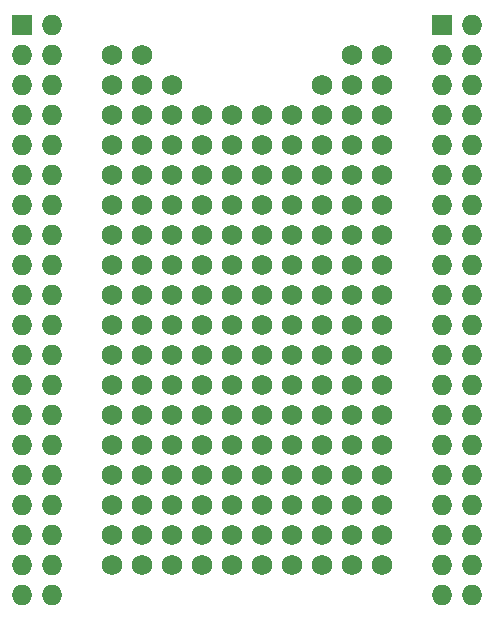
<source format=gtl>
G04 #@! TF.FileFunction,Copper,L1,Top,Signal*
%FSLAX46Y46*%
G04 Gerber Fmt 4.6, Leading zero omitted, Abs format (unit mm)*
G04 Created by KiCad (PCBNEW 4.0.1-3.201512221402+6198~38~ubuntu14.04.1-stable) date Sat 07 May 2016 10:22:12 PM PDT*
%MOMM*%
G01*
G04 APERTURE LIST*
%ADD10C,0.100000*%
%ADD11C,1.727200*%
%ADD12R,1.727200X1.727200*%
%ADD13O,1.727200X1.727200*%
G04 APERTURE END LIST*
D10*
D11*
X142748000Y-116840000D03*
X142748000Y-114300000D03*
X145288000Y-116840000D03*
X145288000Y-114300000D03*
X150368000Y-116840000D03*
X147828000Y-116840000D03*
X140208000Y-116840000D03*
X137668000Y-116840000D03*
X155448000Y-116840000D03*
X152908000Y-116840000D03*
X135128000Y-116840000D03*
X132588000Y-116840000D03*
X155448000Y-114300000D03*
X152908000Y-114300000D03*
X150368000Y-114300000D03*
X147828000Y-114300000D03*
X140208000Y-114300000D03*
X137668000Y-114300000D03*
X135128000Y-114300000D03*
X132588000Y-114300000D03*
X155448000Y-111760000D03*
X152908000Y-111760000D03*
X150368000Y-111760000D03*
X147828000Y-111760000D03*
X145288000Y-111760000D03*
X142748000Y-111760000D03*
X140208000Y-111760000D03*
X137668000Y-111760000D03*
X135128000Y-111760000D03*
X132588000Y-111760000D03*
X155448000Y-109220000D03*
X152908000Y-109220000D03*
X150368000Y-109220000D03*
X147828000Y-109220000D03*
X145288000Y-109220000D03*
X142748000Y-109220000D03*
X140208000Y-109220000D03*
X137668000Y-109220000D03*
X135128000Y-109220000D03*
X132588000Y-109220000D03*
X155448000Y-106680000D03*
X152908000Y-106680000D03*
X150368000Y-106680000D03*
X147828000Y-106680000D03*
X145288000Y-106680000D03*
X142748000Y-106680000D03*
X140208000Y-106680000D03*
X137668000Y-106680000D03*
X135128000Y-106680000D03*
X132588000Y-106680000D03*
X155448000Y-104140000D03*
X152908000Y-104140000D03*
X150368000Y-104140000D03*
X147828000Y-104140000D03*
X145288000Y-104140000D03*
X142748000Y-104140000D03*
X140208000Y-104140000D03*
X137668000Y-104140000D03*
X135128000Y-104140000D03*
X132588000Y-104140000D03*
X155448000Y-101600000D03*
X152908000Y-101600000D03*
X150368000Y-101600000D03*
X147828000Y-101600000D03*
X145288000Y-101600000D03*
X142748000Y-101600000D03*
X140208000Y-101600000D03*
X137668000Y-101600000D03*
X135128000Y-101600000D03*
X132588000Y-101600000D03*
X155448000Y-99060000D03*
X152908000Y-99060000D03*
X150368000Y-99060000D03*
X147828000Y-99060000D03*
X145288000Y-99060000D03*
X142748000Y-99060000D03*
X140208000Y-99060000D03*
X137668000Y-99060000D03*
X135128000Y-99060000D03*
X132588000Y-99060000D03*
X155448000Y-96520000D03*
X152908000Y-96520000D03*
X150368000Y-96520000D03*
X147828000Y-96520000D03*
X145288000Y-96520000D03*
X142748000Y-96520000D03*
X140208000Y-96520000D03*
X137668000Y-96520000D03*
X135128000Y-96520000D03*
X132588000Y-96520000D03*
X155448000Y-93980000D03*
X152908000Y-93980000D03*
X150368000Y-93980000D03*
X147828000Y-93980000D03*
X145288000Y-93980000D03*
X142748000Y-93980000D03*
X140208000Y-93980000D03*
X137668000Y-93980000D03*
X135128000Y-93980000D03*
X132588000Y-93980000D03*
X155448000Y-91440000D03*
X152908000Y-91440000D03*
X150368000Y-91440000D03*
X147828000Y-91440000D03*
X145288000Y-91440000D03*
X142748000Y-91440000D03*
X140208000Y-91440000D03*
X137668000Y-91440000D03*
X135128000Y-91440000D03*
X132588000Y-91440000D03*
X155448000Y-88900000D03*
X152908000Y-88900000D03*
X150368000Y-88900000D03*
X147828000Y-88900000D03*
X145288000Y-88900000D03*
X142748000Y-88900000D03*
X140208000Y-88900000D03*
X137668000Y-88900000D03*
X135128000Y-88900000D03*
X132588000Y-88900000D03*
X155448000Y-86360000D03*
X152908000Y-86360000D03*
X150368000Y-86360000D03*
X147828000Y-86360000D03*
X145288000Y-86360000D03*
X142748000Y-86360000D03*
X140208000Y-86360000D03*
X137668000Y-86360000D03*
X135128000Y-86360000D03*
X132588000Y-86360000D03*
X155448000Y-83820000D03*
X152908000Y-83820000D03*
X150368000Y-83820000D03*
X147828000Y-83820000D03*
X145288000Y-83820000D03*
X142748000Y-83820000D03*
X140208000Y-83820000D03*
X137668000Y-83820000D03*
X135128000Y-83820000D03*
X132588000Y-83820000D03*
X155448000Y-81280000D03*
X152908000Y-81280000D03*
X150368000Y-81280000D03*
X147828000Y-81280000D03*
X145288000Y-81280000D03*
X142748000Y-81280000D03*
X140208000Y-81280000D03*
X137668000Y-81280000D03*
X135128000Y-81280000D03*
X132588000Y-81280000D03*
X155448000Y-78740000D03*
X152908000Y-78740000D03*
X150368000Y-78740000D03*
X147828000Y-78740000D03*
X145288000Y-78740000D03*
X142748000Y-78740000D03*
X140208000Y-78740000D03*
X137668000Y-78740000D03*
X135128000Y-78740000D03*
X132588000Y-78740000D03*
X155448000Y-76200000D03*
X152908000Y-76200000D03*
X150368000Y-76200000D03*
X137668000Y-76200000D03*
X135128000Y-76200000D03*
X132588000Y-76200000D03*
X155448000Y-73660000D03*
X152908000Y-73660000D03*
X135128000Y-73660000D03*
X132588000Y-73660000D03*
D12*
X124968000Y-71120000D03*
D13*
X127508000Y-71120000D03*
X124968000Y-73660000D03*
X127508000Y-73660000D03*
X124968000Y-76200000D03*
X127508000Y-76200000D03*
X124968000Y-78740000D03*
X127508000Y-78740000D03*
X124968000Y-81280000D03*
X127508000Y-81280000D03*
X124968000Y-83820000D03*
X127508000Y-83820000D03*
X124968000Y-86360000D03*
X127508000Y-86360000D03*
X124968000Y-88900000D03*
X127508000Y-88900000D03*
X124968000Y-91440000D03*
X127508000Y-91440000D03*
X124968000Y-93980000D03*
X127508000Y-93980000D03*
X124968000Y-96520000D03*
X127508000Y-96520000D03*
X124968000Y-99060000D03*
X127508000Y-99060000D03*
X124968000Y-101600000D03*
X127508000Y-101600000D03*
X124968000Y-104140000D03*
X127508000Y-104140000D03*
X124968000Y-106680000D03*
X127508000Y-106680000D03*
X124968000Y-109220000D03*
X127508000Y-109220000D03*
X124968000Y-111760000D03*
X127508000Y-111760000D03*
X124968000Y-114300000D03*
X127508000Y-114300000D03*
X124968000Y-116840000D03*
X127508000Y-116840000D03*
X124968000Y-119380000D03*
X127508000Y-119380000D03*
D12*
X160528000Y-71120000D03*
D13*
X163068000Y-71120000D03*
X160528000Y-73660000D03*
X163068000Y-73660000D03*
X160528000Y-76200000D03*
X163068000Y-76200000D03*
X160528000Y-78740000D03*
X163068000Y-78740000D03*
X160528000Y-81280000D03*
X163068000Y-81280000D03*
X160528000Y-83820000D03*
X163068000Y-83820000D03*
X160528000Y-86360000D03*
X163068000Y-86360000D03*
X160528000Y-88900000D03*
X163068000Y-88900000D03*
X160528000Y-91440000D03*
X163068000Y-91440000D03*
X160528000Y-93980000D03*
X163068000Y-93980000D03*
X160528000Y-96520000D03*
X163068000Y-96520000D03*
X160528000Y-99060000D03*
X163068000Y-99060000D03*
X160528000Y-101600000D03*
X163068000Y-101600000D03*
X160528000Y-104140000D03*
X163068000Y-104140000D03*
X160528000Y-106680000D03*
X163068000Y-106680000D03*
X160528000Y-109220000D03*
X163068000Y-109220000D03*
X160528000Y-111760000D03*
X163068000Y-111760000D03*
X160528000Y-114300000D03*
X163068000Y-114300000D03*
X160528000Y-116840000D03*
X163068000Y-116840000D03*
X160528000Y-119380000D03*
X163068000Y-119380000D03*
M02*

</source>
